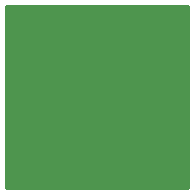
<source format=gbr>
G04 #@! TF.FileFunction,Copper,L1,Top,Signal*
%FSLAX46Y46*%
G04 Gerber Fmt 4.6, Leading zero omitted, Abs format (unit mm)*
G04 Created by KiCad (PCBNEW 4.0.5) date 07/26/17 09:26:50*
%MOMM*%
%LPD*%
G01*
G04 APERTURE LIST*
%ADD10C,0.100000*%
%ADD11C,0.600000*%
%ADD12C,0.254000*%
G04 APERTURE END LIST*
D10*
D11*
X108000000Y-147940000D03*
D12*
G36*
X115703000Y-137306919D02*
X115703000Y-152693000D01*
X100307000Y-152693000D01*
X100307000Y-137297081D01*
X115703000Y-137306919D01*
X115703000Y-137306919D01*
G37*
X115703000Y-137306919D02*
X115703000Y-152693000D01*
X100307000Y-152693000D01*
X100307000Y-137297081D01*
X115703000Y-137306919D01*
M02*

</source>
